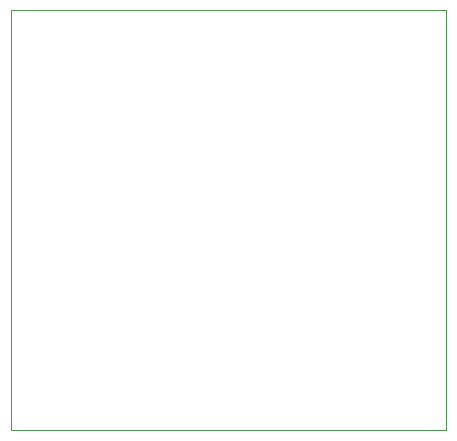
<source format=gbr>
%TF.GenerationSoftware,KiCad,Pcbnew,9.0.1*%
%TF.CreationDate,2025-07-19T07:25:43-04:00*%
%TF.ProjectId,SOT23,534f5432-332e-46b6-9963-61645f706362,rev?*%
%TF.SameCoordinates,Original*%
%TF.FileFunction,Profile,NP*%
%FSLAX46Y46*%
G04 Gerber Fmt 4.6, Leading zero omitted, Abs format (unit mm)*
G04 Created by KiCad (PCBNEW 9.0.1) date 2025-07-19 07:25:43*
%MOMM*%
%LPD*%
G01*
G04 APERTURE LIST*
%TA.AperFunction,Profile*%
%ADD10C,0.050000*%
%TD*%
G04 APERTURE END LIST*
D10*
X132080000Y-73660000D02*
X168910000Y-73660000D01*
X168910000Y-109220000D01*
X132080000Y-109220000D01*
X132080000Y-73660000D01*
M02*

</source>
